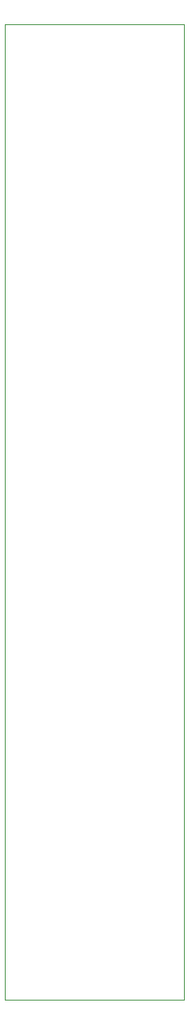
<source format=gko>
G75*
G70*
%OFA0B0*%
%FSLAX24Y24*%
%IPPOS*%
%LPD*%
%AMOC8*
5,1,8,0,0,1.08239X$1,22.5*
%
%ADD10C,0.0000*%
D10*
X000150Y003145D02*
X007550Y003145D01*
X007550Y043345D01*
X000150Y043345D01*
X000150Y003145D01*
M02*

</source>
